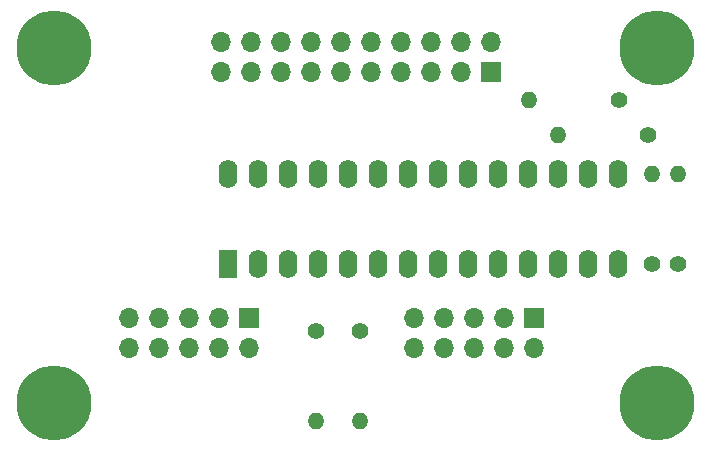
<source format=gts>
%TF.GenerationSoftware,KiCad,Pcbnew,(6.0.1)*%
%TF.CreationDate,2022-05-25T08:12:37-04:00*%
%TF.ProjectId,SWLEDX8-I2C,53574c45-4458-4382-9d49-32432e6b6963,X1*%
%TF.SameCoordinates,Original*%
%TF.FileFunction,Soldermask,Top*%
%TF.FilePolarity,Negative*%
%FSLAX46Y46*%
G04 Gerber Fmt 4.6, Leading zero omitted, Abs format (unit mm)*
G04 Created by KiCad (PCBNEW (6.0.1)) date 2022-05-25 08:12:37*
%MOMM*%
%LPD*%
G01*
G04 APERTURE LIST*
%ADD10C,1.400000*%
%ADD11O,1.400000X1.400000*%
%ADD12C,6.350000*%
%ADD13R,1.700000X1.700000*%
%ADD14O,1.700000X1.700000*%
%ADD15R,1.600000X2.400000*%
%ADD16O,1.600000X2.400000*%
G04 APERTURE END LIST*
D10*
%TO.C,R1*%
X51816000Y-8382000D03*
D11*
X44196000Y-8382000D03*
%TD*%
D10*
%TO.C,R3*%
X54610000Y-22225000D03*
D11*
X54610000Y-14605000D03*
%TD*%
D10*
%TO.C,R4*%
X56769000Y-22225000D03*
D11*
X56769000Y-14605000D03*
%TD*%
D10*
%TO.C,R2*%
X54229000Y-11303000D03*
D11*
X46609000Y-11303000D03*
%TD*%
D10*
%TO.C,R5*%
X26162000Y-27940000D03*
D11*
X26162000Y-35560000D03*
%TD*%
D10*
%TO.C,R6*%
X29845000Y-27940000D03*
D11*
X29845000Y-35560000D03*
%TD*%
D12*
%TO.C,MTG?1*%
X55000000Y-34000000D03*
%TD*%
%TO.C,MTG1*%
X55000000Y-4000000D03*
%TD*%
%TO.C,MTG2*%
X4000000Y-4000000D03*
%TD*%
%TO.C,MTG3*%
X4000000Y-34000000D03*
%TD*%
D13*
%TO.C,P3*%
X44610000Y-26830000D03*
D14*
X44610000Y-29370000D03*
X42070000Y-26830000D03*
X42070000Y-29370000D03*
X39530000Y-26830000D03*
X39530000Y-29370000D03*
X36990000Y-26830000D03*
X36990000Y-29370000D03*
X34450000Y-26830000D03*
X34450000Y-29370000D03*
%TD*%
D15*
%TO.C,U1*%
X18702000Y-22258000D03*
D16*
X21242000Y-22258000D03*
X23782000Y-22258000D03*
X26322000Y-22258000D03*
X28862000Y-22258000D03*
X31402000Y-22258000D03*
X33942000Y-22258000D03*
X36482000Y-22258000D03*
X39022000Y-22258000D03*
X41562000Y-22258000D03*
X44102000Y-22258000D03*
X46642000Y-22258000D03*
X49182000Y-22258000D03*
X51722000Y-22258000D03*
X51722000Y-14638000D03*
X49182000Y-14638000D03*
X46642000Y-14638000D03*
X44102000Y-14638000D03*
X41562000Y-14638000D03*
X39022000Y-14638000D03*
X36482000Y-14638000D03*
X33942000Y-14638000D03*
X31402000Y-14638000D03*
X28862000Y-14638000D03*
X26322000Y-14638000D03*
X23782000Y-14638000D03*
X21242000Y-14638000D03*
X18702000Y-14638000D03*
%TD*%
D13*
%TO.C,P2*%
X20480000Y-26830000D03*
D14*
X20480000Y-29370000D03*
X17940000Y-26830000D03*
X17940000Y-29370000D03*
X15400000Y-26830000D03*
X15400000Y-29370000D03*
X12860000Y-26830000D03*
X12860000Y-29370000D03*
X10320000Y-26830000D03*
X10320000Y-29370000D03*
%TD*%
D13*
%TO.C,P1*%
X41000000Y-6000000D03*
D14*
X41000000Y-3460000D03*
X38460000Y-6000000D03*
X38460000Y-3460000D03*
X35920000Y-6000000D03*
X35920000Y-3460000D03*
X33380000Y-6000000D03*
X33380000Y-3460000D03*
X30840000Y-6000000D03*
X30840000Y-3460000D03*
X28300000Y-6000000D03*
X28300000Y-3460000D03*
X25760000Y-6000000D03*
X25760000Y-3460000D03*
X23220000Y-6000000D03*
X23220000Y-3460000D03*
X20680000Y-6000000D03*
X20680000Y-3460000D03*
X18140000Y-6000000D03*
X18140000Y-3460000D03*
%TD*%
M02*

</source>
